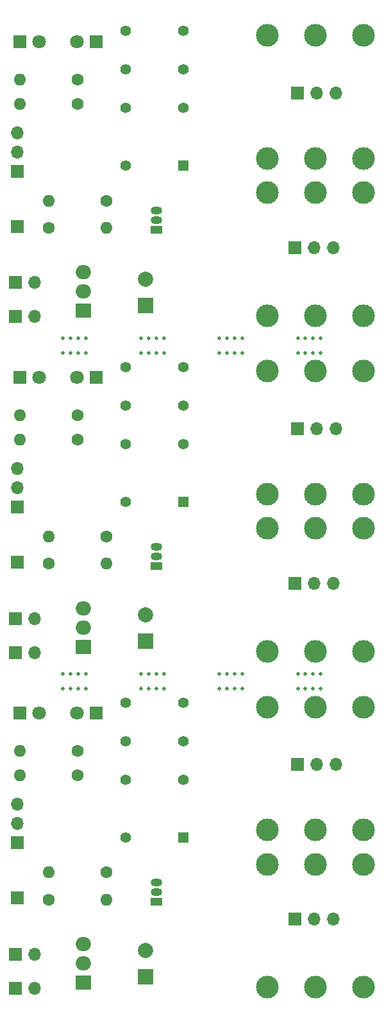
<source format=gbr>
%TF.GenerationSoftware,KiCad,Pcbnew,7.0.9*%
%TF.CreationDate,2024-06-08T14:56:11-04:00*%
%TF.ProjectId,IO-Panel,494f2d50-616e-4656-9c2e-6b696361645f,rev?*%
%TF.SameCoordinates,Original*%
%TF.FileFunction,Soldermask,Bot*%
%TF.FilePolarity,Negative*%
%FSLAX46Y46*%
G04 Gerber Fmt 4.6, Leading zero omitted, Abs format (unit mm)*
G04 Created by KiCad (PCBNEW 7.0.9) date 2024-06-08 14:56:11*
%MOMM*%
%LPD*%
G01*
G04 APERTURE LIST*
%ADD10O,1.700000X1.700000*%
%ADD11R,1.700000X1.700000*%
%ADD12C,0.500000*%
%ADD13O,1.600000X1.600000*%
%ADD14C,1.600000*%
%ADD15C,1.800000*%
%ADD16R,1.800000X1.800000*%
%ADD17C,3.000000*%
%ADD18O,2.000000X1.905000*%
%ADD19R,2.000000X1.905000*%
%ADD20C,1.400000*%
%ADD21R,1.400000X1.400000*%
%ADD22O,1.500000X1.050000*%
%ADD23R,1.500000X1.050000*%
%ADD24C,2.000000*%
%ADD25R,2.000000X2.000000*%
G04 APERTURE END LIST*
D10*
%TO.C,Out3*%
X167517500Y-118600000D03*
X164977500Y-118600000D03*
D11*
X162437500Y-118600000D03*
%TD*%
D10*
%TO.C,Out2*%
X167177500Y-139000000D03*
X164637500Y-139000000D03*
D11*
X162097500Y-139000000D03*
%TD*%
D10*
%TO.C,Out3*%
X167517500Y-74300000D03*
X164977500Y-74300000D03*
D11*
X162437500Y-74300000D03*
%TD*%
D10*
%TO.C,Out3*%
X167517500Y-30000000D03*
X164977500Y-30000000D03*
D11*
X162437500Y-30000000D03*
%TD*%
D10*
%TO.C,Out2*%
X167177500Y-94700000D03*
X164637500Y-94700000D03*
D11*
X162097500Y-94700000D03*
%TD*%
D10*
%TO.C,Out2*%
X167177500Y-50400000D03*
X164637500Y-50400000D03*
D11*
X162097500Y-50400000D03*
%TD*%
D12*
%TO.C,KiKit_MB_1_3*%
X132482500Y-62300000D03*
%TD*%
D13*
%TO.C,RGate1*%
X137247500Y-47800000D03*
D14*
X129627500Y-47800000D03*
%TD*%
D13*
%TO.C,RLed1*%
X125827500Y-72500000D03*
D14*
X133447500Y-72500000D03*
%TD*%
D12*
%TO.C,KiKit_MB_14_3*%
X143827500Y-108600000D03*
%TD*%
%TO.C,KiKit_MB_16_1*%
X162517500Y-108600000D03*
%TD*%
%TO.C,KiKit_MB_12_2*%
X164517500Y-106600000D03*
%TD*%
D13*
%TO.C,RGate1*%
X137247500Y-92100000D03*
D14*
X129627500Y-92100000D03*
%TD*%
D12*
%TO.C,KiKit_MB_9_1*%
X134482500Y-106600000D03*
%TD*%
D10*
%TO.C,J2*%
X127777500Y-148100000D03*
D11*
X125237500Y-148100000D03*
%TD*%
D10*
%TO.C,J2*%
X127777500Y-59500000D03*
D11*
X125237500Y-59500000D03*
%TD*%
D12*
%TO.C,KiKit_MB_16_4*%
X165517500Y-108600000D03*
%TD*%
%TO.C,KiKit_MB_2_1*%
X144827500Y-62300000D03*
%TD*%
%TO.C,KiKit_MB_6_3*%
X143827500Y-64300000D03*
%TD*%
D15*
%TO.C,D2*%
X133372500Y-23200000D03*
D16*
X135912500Y-23200000D03*
%TD*%
D13*
%TO.C,RLed2*%
X125827500Y-120000000D03*
D14*
X133447500Y-120000000D03*
%TD*%
D12*
%TO.C,KiKit_MB_13_3*%
X133482500Y-108600000D03*
%TD*%
D17*
%TO.C,A1*%
X164862500Y-87435000D03*
X164862500Y-103665000D03*
X171212500Y-87435000D03*
X171212500Y-103665000D03*
X158512500Y-87435000D03*
X158512500Y-103665000D03*
%TD*%
D12*
%TO.C,KiKit_MB_3_2*%
X154172500Y-62300000D03*
%TD*%
%TO.C,KiKit_MB_1_1*%
X134482500Y-62300000D03*
%TD*%
%TO.C,KiKit_MB_1_4*%
X131482500Y-62300000D03*
%TD*%
%TO.C,KiKit_MB_8_1*%
X162517500Y-64300000D03*
%TD*%
D17*
%TO.C,B1*%
X158512500Y-82915000D03*
X158512500Y-66685000D03*
X171212500Y-82915000D03*
X171212500Y-66685000D03*
X164862500Y-82915000D03*
X164862500Y-66685000D03*
%TD*%
D12*
%TO.C,KiKit_MB_7_3*%
X154172500Y-64300000D03*
%TD*%
D18*
%TO.C,U1*%
X134182500Y-53660000D03*
X134182500Y-56200000D03*
D19*
X134182500Y-58740000D03*
%TD*%
D12*
%TO.C,KiKit_MB_4_1*%
X165517500Y-62300000D03*
%TD*%
D13*
%TO.C,RLed2*%
X125827500Y-75700000D03*
D14*
X133447500Y-75700000D03*
%TD*%
D12*
%TO.C,KiKit_MB_5_4*%
X134482500Y-64300000D03*
%TD*%
D15*
%TO.C,D2*%
X133372500Y-111800000D03*
D16*
X135912500Y-111800000D03*
%TD*%
D12*
%TO.C,KiKit_MB_13_2*%
X132482500Y-108600000D03*
%TD*%
D17*
%TO.C,B1*%
X158512500Y-127215000D03*
X158512500Y-110985000D03*
X171212500Y-127215000D03*
X171212500Y-110985000D03*
X164862500Y-127215000D03*
X164862500Y-110985000D03*
%TD*%
D10*
%TO.C,Out1*%
X125437500Y-123845000D03*
X125437500Y-126385000D03*
D11*
X125437500Y-128925000D03*
%TD*%
D12*
%TO.C,KiKit_MB_9_4*%
X131482500Y-106600000D03*
%TD*%
%TO.C,KiKit_MB_6_1*%
X141827500Y-64300000D03*
%TD*%
%TO.C,KiKit_MB_10_3*%
X142827500Y-106600000D03*
%TD*%
%TO.C,KiKit_MB_7_2*%
X153172500Y-64300000D03*
%TD*%
%TO.C,KiKit_MB_10_4*%
X141827500Y-106600000D03*
%TD*%
D17*
%TO.C,B1*%
X158512500Y-38615000D03*
X158512500Y-22385000D03*
X171212500Y-38615000D03*
X171212500Y-22385000D03*
X164862500Y-38615000D03*
X164862500Y-22385000D03*
%TD*%
D12*
%TO.C,KiKit_MB_14_1*%
X141827500Y-108600000D03*
%TD*%
D10*
%TO.C,J3*%
X127777500Y-99300000D03*
D11*
X125237500Y-99300000D03*
%TD*%
%TO.C,J1*%
X125437500Y-91900000D03*
%TD*%
D13*
%TO.C,RPD1*%
X129627500Y-132800000D03*
D14*
X137247500Y-132800000D03*
%TD*%
D12*
%TO.C,KiKit_MB_5_1*%
X131482500Y-64300000D03*
%TD*%
%TO.C,KiKit_MB_2_2*%
X143827500Y-62300000D03*
%TD*%
D20*
%TO.C,Left/Mono1*%
X139780000Y-83907500D03*
X139780000Y-76287500D03*
X139780000Y-71207500D03*
X139780000Y-66127500D03*
X147400000Y-66127500D03*
X147400000Y-71207500D03*
X147400000Y-76287500D03*
D21*
X147400000Y-83907500D03*
%TD*%
D10*
%TO.C,J3*%
X127777500Y-143600000D03*
D11*
X125237500Y-143600000D03*
%TD*%
D12*
%TO.C,KiKit_MB_3_1*%
X155172500Y-62300000D03*
%TD*%
%TO.C,KiKit_MB_16_3*%
X164517500Y-108600000D03*
%TD*%
%TO.C,KiKit_MB_15_2*%
X153172500Y-108600000D03*
%TD*%
D10*
%TO.C,Out1*%
X125437500Y-79545000D03*
X125437500Y-82085000D03*
D11*
X125437500Y-84625000D03*
%TD*%
D12*
%TO.C,KiKit_MB_11_1*%
X155172500Y-106600000D03*
%TD*%
D22*
%TO.C,QL1*%
X143797500Y-134130000D03*
X143797500Y-135400000D03*
D23*
X143797500Y-136670000D03*
%TD*%
D12*
%TO.C,KiKit_MB_7_1*%
X152172500Y-64300000D03*
%TD*%
%TO.C,KiKit_MB_15_4*%
X155172500Y-108600000D03*
%TD*%
%TO.C,KiKit_MB_12_3*%
X163517500Y-106600000D03*
%TD*%
%TO.C,KiKit_MB_9_3*%
X132482500Y-106600000D03*
%TD*%
%TO.C,KiKit_MB_10_1*%
X144827500Y-106600000D03*
%TD*%
D13*
%TO.C,RGate1*%
X137247500Y-136400000D03*
D14*
X129627500Y-136400000D03*
%TD*%
D12*
%TO.C,KiKit_MB_3_3*%
X153172500Y-62300000D03*
%TD*%
D17*
%TO.C,A1*%
X158512500Y-59365000D03*
X158512500Y-43135000D03*
X171212500Y-59365000D03*
X171212500Y-43135000D03*
X164862500Y-59365000D03*
X164862500Y-43135000D03*
%TD*%
D18*
%TO.C,U1*%
X134182500Y-142260000D03*
X134182500Y-144800000D03*
D19*
X134182500Y-147340000D03*
%TD*%
D12*
%TO.C,KiKit_MB_6_4*%
X144827500Y-64300000D03*
%TD*%
D13*
%TO.C,RPD1*%
X129627500Y-44200000D03*
D14*
X137247500Y-44200000D03*
%TD*%
D12*
%TO.C,KiKit_MB_9_2*%
X133482500Y-106600000D03*
%TD*%
%TO.C,KiKit_MB_12_1*%
X165517500Y-106600000D03*
%TD*%
%TO.C,KiKit_MB_7_4*%
X155172500Y-64300000D03*
%TD*%
%TO.C,KiKit_MB_4_3*%
X163517500Y-62300000D03*
%TD*%
%TO.C,KiKit_MB_14_2*%
X142827500Y-108600000D03*
%TD*%
%TO.C,KiKit_MB_2_4*%
X141827500Y-62300000D03*
%TD*%
%TO.C,KiKit_MB_3_4*%
X152172500Y-62300000D03*
%TD*%
D18*
%TO.C,U1*%
X134182500Y-97960000D03*
X134182500Y-100500000D03*
D19*
X134182500Y-103040000D03*
%TD*%
D12*
%TO.C,KiKit_MB_8_2*%
X163517500Y-64300000D03*
%TD*%
%TO.C,KiKit_MB_13_4*%
X134482500Y-108600000D03*
%TD*%
D13*
%TO.C,RLed2*%
X125827500Y-31400000D03*
D14*
X133447500Y-31400000D03*
%TD*%
D12*
%TO.C,KiKit_MB_5_3*%
X133482500Y-64300000D03*
%TD*%
D22*
%TO.C,QL1*%
X143797500Y-89830000D03*
X143797500Y-91100000D03*
D23*
X143797500Y-92370000D03*
%TD*%
D12*
%TO.C,KiKit_MB_11_3*%
X153172500Y-106600000D03*
%TD*%
%TO.C,KiKit_MB_8_4*%
X165517500Y-64300000D03*
%TD*%
%TO.C,KiKit_MB_8_3*%
X164517500Y-64300000D03*
%TD*%
%TO.C,KiKit_MB_16_2*%
X163517500Y-108600000D03*
%TD*%
D24*
%TO.C,C1*%
X142437500Y-98817677D03*
D25*
X142437500Y-102317677D03*
%TD*%
D12*
%TO.C,KiKit_MB_6_2*%
X142827500Y-64300000D03*
%TD*%
D10*
%TO.C,J3*%
X127777500Y-55000000D03*
D11*
X125237500Y-55000000D03*
%TD*%
D10*
%TO.C,J2*%
X127777500Y-103800000D03*
D11*
X125237500Y-103800000D03*
%TD*%
%TO.C,J1*%
X125437500Y-47600000D03*
%TD*%
D13*
%TO.C,RLed1*%
X125827500Y-28200000D03*
D14*
X133447500Y-28200000D03*
%TD*%
D15*
%TO.C,LEDB1*%
X128302500Y-23200000D03*
D16*
X125762500Y-23200000D03*
%TD*%
D17*
%TO.C,A1*%
X158512500Y-147965000D03*
X158512500Y-131735000D03*
X171212500Y-147965000D03*
X171212500Y-131735000D03*
X164862500Y-147965000D03*
X164862500Y-131735000D03*
%TD*%
D12*
%TO.C,KiKit_MB_15_1*%
X152172500Y-108600000D03*
%TD*%
D10*
%TO.C,Out1*%
X125437500Y-35245000D03*
X125437500Y-37785000D03*
D11*
X125437500Y-40325000D03*
%TD*%
D12*
%TO.C,KiKit_MB_1_2*%
X133482500Y-62300000D03*
%TD*%
D15*
%TO.C,D2*%
X133372500Y-67500000D03*
D16*
X135912500Y-67500000D03*
%TD*%
D24*
%TO.C,C1*%
X142437500Y-143117677D03*
D25*
X142437500Y-146617677D03*
%TD*%
D11*
%TO.C,J1*%
X125437500Y-136200000D03*
%TD*%
D12*
%TO.C,KiKit_MB_10_2*%
X143827500Y-106600000D03*
%TD*%
%TO.C,KiKit_MB_15_3*%
X154172500Y-108600000D03*
%TD*%
%TO.C,KiKit_MB_12_4*%
X162517500Y-106600000D03*
%TD*%
D22*
%TO.C,QL1*%
X143797500Y-45530000D03*
X143797500Y-46800000D03*
D23*
X143797500Y-48070000D03*
%TD*%
D15*
%TO.C,LEDB1*%
X128302500Y-111800000D03*
D16*
X125762500Y-111800000D03*
%TD*%
D20*
%TO.C,Left/Mono1*%
X139780000Y-39607500D03*
X139780000Y-31987500D03*
X139780000Y-26907500D03*
X139780000Y-21827500D03*
X147400000Y-21827500D03*
X147400000Y-26907500D03*
X147400000Y-31987500D03*
D21*
X147400000Y-39607500D03*
%TD*%
D12*
%TO.C,KiKit_MB_14_4*%
X144827500Y-108600000D03*
%TD*%
%TO.C,KiKit_MB_11_2*%
X154172500Y-106600000D03*
%TD*%
D24*
%TO.C,C1*%
X142437500Y-54517677D03*
D25*
X142437500Y-58017677D03*
%TD*%
D12*
%TO.C,KiKit_MB_5_2*%
X132482500Y-64300000D03*
%TD*%
%TO.C,KiKit_MB_13_1*%
X131482500Y-108600000D03*
%TD*%
%TO.C,KiKit_MB_11_4*%
X152172500Y-106600000D03*
%TD*%
D13*
%TO.C,RLed1*%
X125827500Y-116800000D03*
D14*
X133447500Y-116800000D03*
%TD*%
D12*
%TO.C,KiKit_MB_4_2*%
X164517500Y-62300000D03*
%TD*%
%TO.C,KiKit_MB_2_3*%
X142827500Y-62300000D03*
%TD*%
D13*
%TO.C,RPD1*%
X129627500Y-88500000D03*
D14*
X137247500Y-88500000D03*
%TD*%
D20*
%TO.C,Left/Mono1*%
X139780000Y-128207500D03*
X139780000Y-120587500D03*
X139780000Y-115507500D03*
X139780000Y-110427500D03*
X147400000Y-110427500D03*
X147400000Y-115507500D03*
X147400000Y-120587500D03*
D21*
X147400000Y-128207500D03*
%TD*%
D12*
%TO.C,KiKit_MB_4_4*%
X162517500Y-62300000D03*
%TD*%
D15*
%TO.C,LEDB1*%
X128302500Y-67500000D03*
D16*
X125762500Y-67500000D03*
%TD*%
M02*

</source>
